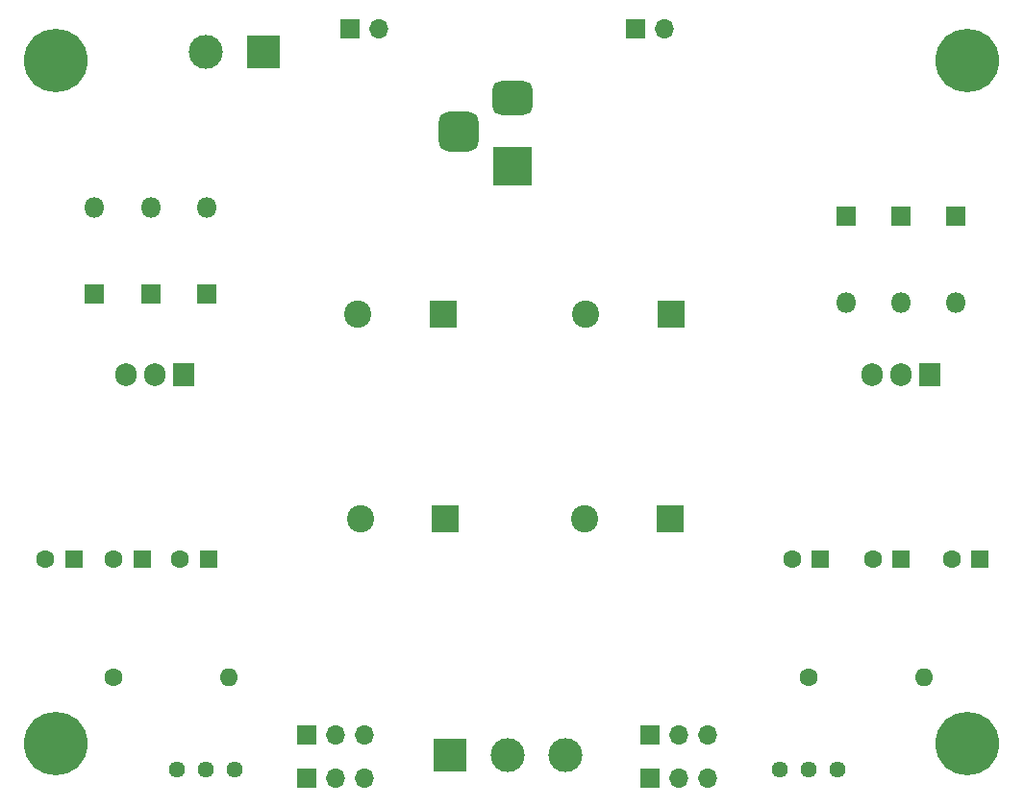
<source format=gbr>
%TF.GenerationSoftware,KiCad,Pcbnew,7.0.2*%
%TF.CreationDate,2024-01-07T18:37:44-06:00*%
%TF.ProjectId,power_supply,706f7765-725f-4737-9570-706c792e6b69,rev?*%
%TF.SameCoordinates,Original*%
%TF.FileFunction,Soldermask,Top*%
%TF.FilePolarity,Negative*%
%FSLAX46Y46*%
G04 Gerber Fmt 4.6, Leading zero omitted, Abs format (unit mm)*
G04 Created by KiCad (PCBNEW 7.0.2) date 2024-01-07 18:37:44*
%MOMM*%
%LPD*%
G01*
G04 APERTURE LIST*
G04 Aperture macros list*
%AMRoundRect*
0 Rectangle with rounded corners*
0 $1 Rounding radius*
0 $2 $3 $4 $5 $6 $7 $8 $9 X,Y pos of 4 corners*
0 Add a 4 corners polygon primitive as box body*
4,1,4,$2,$3,$4,$5,$6,$7,$8,$9,$2,$3,0*
0 Add four circle primitives for the rounded corners*
1,1,$1+$1,$2,$3*
1,1,$1+$1,$4,$5*
1,1,$1+$1,$6,$7*
1,1,$1+$1,$8,$9*
0 Add four rect primitives between the rounded corners*
20,1,$1+$1,$2,$3,$4,$5,0*
20,1,$1+$1,$4,$5,$6,$7,0*
20,1,$1+$1,$6,$7,$8,$9,0*
20,1,$1+$1,$8,$9,$2,$3,0*%
G04 Aperture macros list end*
%ADD10R,1.700000X1.700000*%
%ADD11O,1.700000X1.700000*%
%ADD12C,1.440000*%
%ADD13R,1.905000X2.000000*%
%ADD14O,1.905000X2.000000*%
%ADD15O,1.600000X1.600000*%
%ADD16C,1.600000*%
%ADD17C,3.000000*%
%ADD18R,3.000000X3.000000*%
%ADD19RoundRect,0.875000X-0.875000X0.875000X-0.875000X-0.875000X0.875000X-0.875000X0.875000X0.875000X0*%
%ADD20RoundRect,0.750000X-1.000000X0.750000X-1.000000X-0.750000X1.000000X-0.750000X1.000000X0.750000X0*%
%ADD21R,3.500000X3.500000*%
%ADD22C,5.600000*%
%ADD23O,1.800000X1.800000*%
%ADD24R,1.800000X1.800000*%
%ADD25R,2.400000X2.400000*%
%ADD26C,2.400000*%
%ADD27R,1.600000X1.600000*%
G04 APERTURE END LIST*
D10*
%TO.C,J8*%
X118608784Y-127508000D03*
D11*
X121148784Y-127508000D03*
X123688784Y-127508000D03*
%TD*%
D10*
%TO.C,J7*%
X148834784Y-127508000D03*
D11*
X151374784Y-127508000D03*
X153914784Y-127508000D03*
%TD*%
D12*
%TO.C,RV2*%
X112258784Y-130556000D03*
X109718784Y-130556000D03*
X107178784Y-130556000D03*
%TD*%
%TO.C,RV1*%
X165344784Y-130556000D03*
X162804784Y-130556000D03*
X160264784Y-130556000D03*
%TD*%
D13*
%TO.C,U2*%
X107696000Y-95758000D03*
D14*
X105156000Y-95758000D03*
X102616000Y-95758000D03*
%TD*%
D13*
%TO.C,U1*%
X173472784Y-95758000D03*
D14*
X170932784Y-95758000D03*
X168392784Y-95758000D03*
%TD*%
D15*
%TO.C,R2*%
X111750784Y-122428000D03*
D16*
X101590784Y-122428000D03*
%TD*%
%TO.C,R1*%
X162804784Y-122428000D03*
D15*
X172964784Y-122428000D03*
%TD*%
D11*
%TO.C,JP1*%
X150109000Y-65278000D03*
D10*
X147569000Y-65278000D03*
%TD*%
D17*
%TO.C,J6*%
X141326784Y-129286000D03*
X136246784Y-129286000D03*
D18*
X131166784Y-129286000D03*
%TD*%
D17*
%TO.C,J5*%
X109718784Y-67310000D03*
D18*
X114798784Y-67310000D03*
%TD*%
D11*
%TO.C,J4*%
X153914784Y-131318000D03*
X151374784Y-131318000D03*
D10*
X148834784Y-131318000D03*
%TD*%
D11*
%TO.C,J3*%
X123688784Y-131318000D03*
X121148784Y-131318000D03*
D10*
X118608784Y-131318000D03*
%TD*%
%TO.C,J2*%
X122423000Y-65278000D03*
D11*
X124963000Y-65278000D03*
%TD*%
D19*
%TO.C,J1*%
X131952000Y-74374000D03*
D20*
X136652000Y-71374000D03*
D21*
X136652000Y-77374000D03*
%TD*%
D22*
%TO.C,H4*%
X96510784Y-128270000D03*
%TD*%
%TO.C,H3*%
X176774784Y-128270000D03*
%TD*%
%TO.C,H2*%
X176774784Y-68072000D03*
%TD*%
%TO.C,H1*%
X96510784Y-68072000D03*
%TD*%
D23*
%TO.C,D6*%
X109728000Y-81026000D03*
D24*
X109728000Y-88646000D03*
%TD*%
D23*
%TO.C,D5*%
X104824784Y-81026000D03*
D24*
X104824784Y-88646000D03*
%TD*%
D23*
%TO.C,D4*%
X99822000Y-81026000D03*
D24*
X99822000Y-88646000D03*
%TD*%
D23*
%TO.C,D3*%
X175758784Y-89408000D03*
D24*
X175758784Y-81788000D03*
%TD*%
%TO.C,D2*%
X170932784Y-81788000D03*
D23*
X170932784Y-89408000D03*
%TD*%
%TO.C,D1*%
X166106784Y-89408000D03*
D24*
X166106784Y-81788000D03*
%TD*%
D25*
%TO.C,C11*%
X150534564Y-108458000D03*
D26*
X143034564Y-108458000D03*
%TD*%
D25*
%TO.C,C9*%
X130556000Y-90424000D03*
D26*
X123056000Y-90424000D03*
%TD*%
D27*
%TO.C,C8*%
X163820784Y-112014000D03*
D16*
X161320784Y-112014000D03*
%TD*%
D27*
%TO.C,C7*%
X177855672Y-112014000D03*
D16*
X175355672Y-112014000D03*
%TD*%
D27*
%TO.C,C6*%
X98044000Y-112014000D03*
D16*
X95544000Y-112014000D03*
%TD*%
D27*
%TO.C,C5*%
X109917113Y-112014000D03*
D16*
X107417113Y-112014000D03*
%TD*%
D27*
%TO.C,C4*%
X170932784Y-112014000D03*
D16*
X168432784Y-112014000D03*
%TD*%
D25*
%TO.C,C3*%
X150622000Y-90424000D03*
D26*
X143122000Y-90424000D03*
%TD*%
D27*
%TO.C,C2*%
X104075113Y-112014000D03*
D16*
X101575113Y-112014000D03*
%TD*%
D25*
%TO.C,C1*%
X130800784Y-108458000D03*
D26*
X123300784Y-108458000D03*
%TD*%
M02*

</source>
